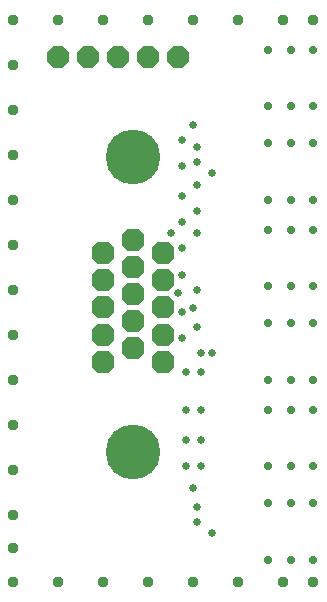
<source format=gbs>
G04 EAGLE Gerber X2 export*
%TF.Part,Single*%
%TF.FileFunction,Soldermask,Bot,1*%
%TF.FilePolarity,Negative*%
%TF.GenerationSoftware,Autodesk,EAGLE,9.0.0*%
%TF.CreationDate,2018-05-04T14:34:45Z*%
G75*
%MOIN*%
%FSLAX34Y34*%
%LPD*%
%AMOC8*
5,1,8,0,0,1.08239X$1,22.5*%
G01*
%ADD10P,0.082117X8X292.500000*%
%ADD11C,0.182165*%
%ADD12C,0.028780*%
%ADD13P,0.081179X8X22.500000*%
%ADD14C,0.037480*%
%ADD15C,0.026811*%


D10*
X5500Y11455D03*
X5500Y10553D03*
X5500Y9652D03*
X5500Y8750D03*
X5500Y7848D03*
X3500Y11455D03*
X3500Y10553D03*
X3500Y9652D03*
X3500Y8750D03*
X3500Y7848D03*
X4500Y11906D03*
X4500Y11004D03*
X4500Y10102D03*
X4500Y9201D03*
X4500Y8299D03*
D11*
X4500Y14671D03*
X4500Y4829D03*
D12*
X10500Y16375D03*
X9750Y16375D03*
X9000Y16375D03*
X9750Y15125D03*
X10500Y15125D03*
X9000Y15125D03*
X9000Y18250D03*
X9750Y18250D03*
X10500Y18250D03*
X9000Y13250D03*
X9750Y13250D03*
X10500Y13250D03*
X10500Y10375D03*
X9750Y10375D03*
X9000Y10375D03*
X9750Y9125D03*
X10500Y9125D03*
X9000Y9125D03*
X9000Y12250D03*
X9750Y12250D03*
X10500Y12250D03*
X9000Y7250D03*
X9750Y7250D03*
X10500Y7250D03*
X10500Y4375D03*
X9750Y4375D03*
X9000Y4375D03*
X9750Y3125D03*
X10500Y3125D03*
X9000Y3125D03*
X9000Y6250D03*
X9750Y6250D03*
X10500Y6250D03*
X9000Y1250D03*
X9750Y1250D03*
X10500Y1250D03*
D13*
X4000Y18000D03*
X3000Y18000D03*
X2000Y18000D03*
X5000Y18000D03*
X6000Y18000D03*
D14*
X500Y500D03*
X2000Y500D03*
X3500Y500D03*
X5000Y500D03*
X6500Y500D03*
X8000Y500D03*
X9500Y500D03*
X500Y1625D03*
X500Y2750D03*
X500Y4250D03*
X500Y5750D03*
X500Y7250D03*
X500Y8750D03*
X500Y10250D03*
X500Y11750D03*
X500Y13250D03*
X500Y14750D03*
X500Y16250D03*
X500Y17750D03*
X500Y19250D03*
X2000Y19250D03*
X3500Y19250D03*
X5000Y19250D03*
X6500Y19250D03*
X8000Y19250D03*
X9500Y19250D03*
X10500Y19250D03*
X10500Y500D03*
D15*
X7125Y8125D03*
X6125Y10750D03*
X6000Y10125D03*
X6625Y10250D03*
X6500Y9625D03*
X6625Y9000D03*
X6125Y9500D03*
X6125Y8625D03*
X6250Y7500D03*
X6750Y7500D03*
X6750Y6250D03*
X6250Y6250D03*
X6250Y5250D03*
X6750Y5250D03*
X6250Y4375D03*
X6750Y4375D03*
X6500Y3625D03*
X6750Y8125D03*
X6625Y3000D03*
X6625Y2500D03*
X7125Y2125D03*
X6625Y14500D03*
X6625Y15000D03*
X6125Y11625D03*
X5750Y12125D03*
X6125Y12500D03*
X6625Y12125D03*
X6625Y12875D03*
X6125Y13375D03*
X6625Y13750D03*
X6125Y14375D03*
X6125Y15250D03*
X6500Y15750D03*
X7125Y14125D03*
M02*

</source>
